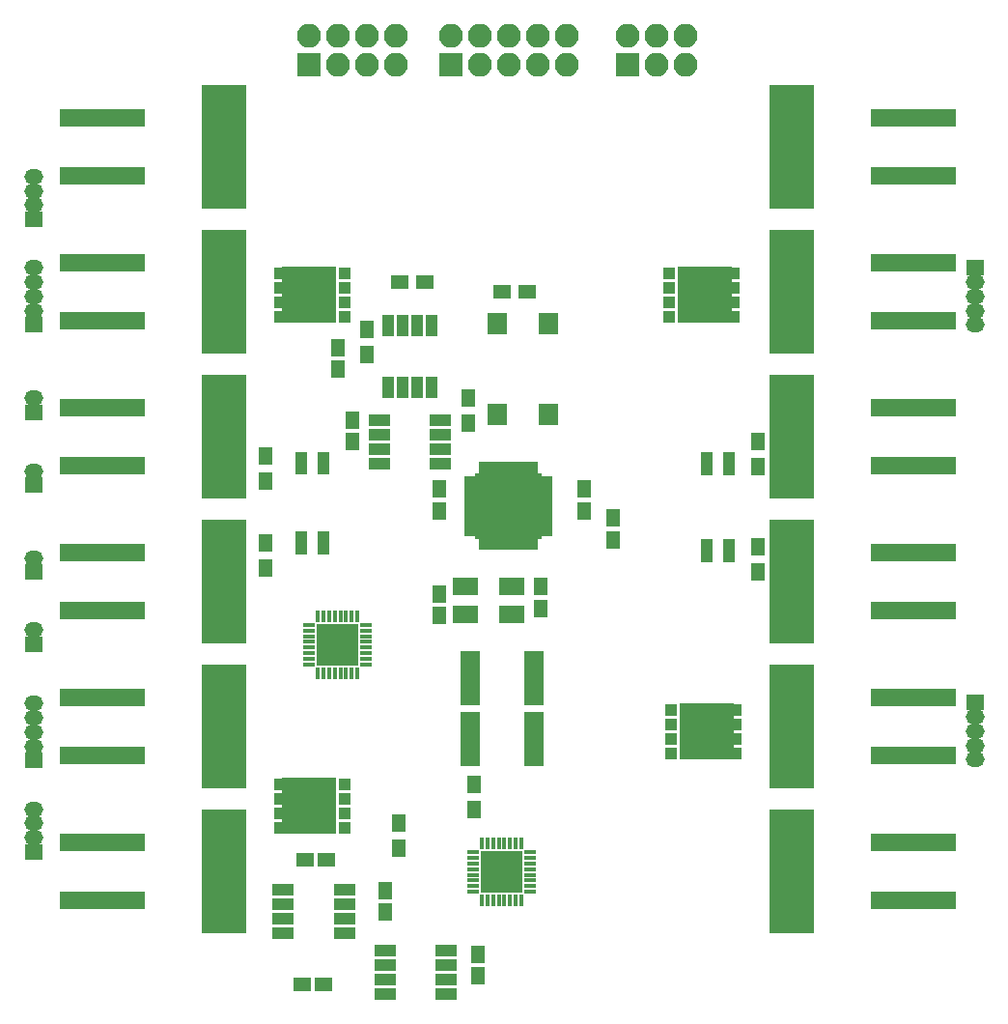
<source format=gbr>
G04 #@! TF.FileFunction,Soldermask,Top*
%FSLAX46Y46*%
G04 Gerber Fmt 4.6, Leading zero omitted, Abs format (unit mm)*
G04 Created by KiCad (PCBNEW 4.0.7) date 02/17/18 23:48:35*
%MOMM*%
%LPD*%
G01*
G04 APERTURE LIST*
%ADD10C,0.100000*%
%ADD11R,3.900120X10.808920*%
%ADD12R,7.410400X1.499820*%
%ADD13R,1.650000X1.350000*%
%ADD14O,1.650000X1.350000*%
%ADD15R,1.150000X1.600000*%
%ADD16R,2.100000X2.100000*%
%ADD17O,2.100000X2.100000*%
%ADD18R,4.750000X4.910000*%
%ADD19R,1.100000X1.100000*%
%ADD20R,1.300000X1.600000*%
%ADD21R,1.600000X1.300000*%
%ADD22R,1.000000X0.800000*%
%ADD23R,0.800000X1.000000*%
%ADD24R,1.765000X1.765000*%
%ADD25R,1.100000X0.800000*%
%ADD26R,1.797000X0.831800*%
%ADD27R,1.949400X0.999440*%
%ADD28R,1.700000X1.950000*%
%ADD29R,0.999440X1.949400*%
%ADD30R,2.200000X1.600000*%
%ADD31R,0.416560X0.985520*%
%ADD32R,0.985520X0.416560*%
%ADD33R,1.861820X1.861820*%
%ADD34R,1.600000X1.150000*%
%ADD35R,1.950000X1.000000*%
G04 APERTURE END LIST*
D10*
D11*
X172819060Y-127000000D03*
D12*
X183509920Y-129540000D03*
X183509920Y-124460000D03*
D13*
X106350000Y-79130000D03*
D14*
X106350000Y-77880000D03*
X106350000Y-76630000D03*
X106350000Y-75380000D03*
X106350000Y-74130000D03*
D11*
X123090940Y-101600000D03*
D12*
X112400080Y-99060000D03*
X112400080Y-104140000D03*
D11*
X123090940Y-88900000D03*
D12*
X112400080Y-86360000D03*
X112400080Y-91440000D03*
D15*
X157150000Y-96040000D03*
X157150000Y-97940000D03*
X141910000Y-95400000D03*
X141910000Y-93500000D03*
X154610000Y-95400000D03*
X154610000Y-93500000D03*
X141910000Y-102710000D03*
X141910000Y-104610000D03*
X150800000Y-103970000D03*
X150800000Y-102070000D03*
X133020000Y-81120000D03*
X133020000Y-83020000D03*
X134290000Y-87470000D03*
X134290000Y-89370000D03*
D11*
X123090940Y-63500000D03*
D12*
X112400080Y-60960000D03*
X112400080Y-66040000D03*
D11*
X123090940Y-76200000D03*
D12*
X112400080Y-73660000D03*
X112400080Y-78740000D03*
D11*
X123090940Y-114300000D03*
D12*
X112400080Y-111760000D03*
X112400080Y-116840000D03*
D11*
X123090940Y-127000000D03*
D12*
X112400080Y-124460000D03*
X112400080Y-129540000D03*
D11*
X172819060Y-63500000D03*
D12*
X183509920Y-66040000D03*
X183509920Y-60960000D03*
D11*
X172819060Y-76200000D03*
D12*
X183509920Y-78740000D03*
X183509920Y-73660000D03*
D11*
X172819060Y-88900000D03*
D12*
X183509920Y-91440000D03*
X183509920Y-86360000D03*
D11*
X172819060Y-101600000D03*
D12*
X183509920Y-104140000D03*
X183509920Y-99060000D03*
D11*
X172819060Y-114300000D03*
D12*
X183509920Y-116840000D03*
X183509920Y-111760000D03*
D16*
X158420000Y-56350000D03*
D17*
X158420000Y-53810000D03*
X160960000Y-56350000D03*
X160960000Y-53810000D03*
X163500000Y-56350000D03*
X163500000Y-53810000D03*
D18*
X130480000Y-76495000D03*
D19*
X133610000Y-75860000D03*
X133610000Y-77130000D03*
X133610000Y-78400000D03*
X133610000Y-74590000D03*
X128010000Y-74590000D03*
X128010000Y-78400000D03*
X128010000Y-77130000D03*
X128010000Y-75860000D03*
D18*
X130480000Y-121295000D03*
D19*
X133610000Y-120660000D03*
X133610000Y-121930000D03*
X133610000Y-123200000D03*
X133610000Y-119390000D03*
X128010000Y-119390000D03*
X128010000Y-123200000D03*
X128010000Y-121930000D03*
X128010000Y-120660000D03*
D18*
X165257500Y-76495000D03*
D19*
X162127500Y-77130000D03*
X162127500Y-75860000D03*
X162127500Y-74590000D03*
X162127500Y-78400000D03*
X167727500Y-78400000D03*
X167727500Y-74590000D03*
X167727500Y-75860000D03*
X167727500Y-77130000D03*
D18*
X165430000Y-114770000D03*
D19*
X162300000Y-115405000D03*
X162300000Y-114135000D03*
X162300000Y-112865000D03*
X162300000Y-116675000D03*
X167900000Y-116675000D03*
X167900000Y-112865000D03*
X167900000Y-114135000D03*
X167900000Y-115405000D03*
D20*
X135560000Y-79550000D03*
X135560000Y-81750000D03*
D21*
X138440000Y-75400000D03*
X140640000Y-75400000D03*
D20*
X144450000Y-85560000D03*
X144450000Y-87760000D03*
D22*
X144650000Y-92725000D03*
X144650000Y-93375000D03*
X144650000Y-94025000D03*
X144650000Y-94675000D03*
X144650000Y-95325000D03*
X144650000Y-95975000D03*
X144650000Y-96625000D03*
X144650000Y-97275000D03*
D23*
X145725000Y-98350000D03*
X146375000Y-98350000D03*
X147025000Y-98350000D03*
X147675000Y-98350000D03*
X148325000Y-98350000D03*
X148975000Y-98350000D03*
X149625000Y-98350000D03*
X150275000Y-98350000D03*
D22*
X151350000Y-97275000D03*
X151350000Y-96625000D03*
X151350000Y-95975000D03*
X151350000Y-95325000D03*
X151350000Y-94675000D03*
X151350000Y-94025000D03*
X151350000Y-93375000D03*
X151350000Y-92725000D03*
D23*
X150275000Y-91650000D03*
X149625000Y-91650000D03*
X148975000Y-91650000D03*
X148325000Y-91650000D03*
X147675000Y-91650000D03*
X147025000Y-91650000D03*
X146375000Y-91650000D03*
X145725000Y-91650000D03*
D24*
X150047500Y-97047500D03*
X150047500Y-95682500D03*
X150047500Y-94317500D03*
X150047500Y-92952500D03*
X148682500Y-97047500D03*
X148682500Y-95682500D03*
X148682500Y-94317500D03*
X148682500Y-92952500D03*
X147317500Y-97047500D03*
X147317500Y-95682500D03*
X147317500Y-94317500D03*
X147317500Y-92952500D03*
X145952500Y-97047500D03*
X145952500Y-95682500D03*
X145952500Y-94317500D03*
X145952500Y-92952500D03*
D25*
X131760000Y-91910000D03*
X131760000Y-91260000D03*
X131760000Y-90610000D03*
X129860000Y-90610000D03*
X129860000Y-91910000D03*
X129860000Y-91260000D03*
X131760000Y-98880000D03*
X131760000Y-98230000D03*
X131760000Y-97580000D03*
X129860000Y-97580000D03*
X129860000Y-98880000D03*
X129860000Y-98230000D03*
X165410000Y-90640000D03*
X165410000Y-91290000D03*
X165410000Y-91940000D03*
X167310000Y-91940000D03*
X167310000Y-90640000D03*
X167310000Y-91290000D03*
X165410000Y-98260000D03*
X165410000Y-98910000D03*
X165410000Y-99560000D03*
X167310000Y-99560000D03*
X167310000Y-98260000D03*
X167310000Y-98910000D03*
D26*
X144656269Y-108164527D03*
X144656269Y-108799527D03*
X144656269Y-109459927D03*
X144656269Y-110094927D03*
X144656269Y-110755327D03*
X144656269Y-111403027D03*
X144656269Y-112050727D03*
X150244269Y-112050727D03*
X150244269Y-111403027D03*
X150244269Y-110755327D03*
X150244269Y-110094927D03*
X150244269Y-109447227D03*
X150244269Y-108799527D03*
X150244269Y-108151827D03*
X144656269Y-113487300D03*
X144656269Y-114122300D03*
X144656269Y-114782700D03*
X144656269Y-115417700D03*
X144656269Y-116078100D03*
X144656269Y-116725800D03*
X144656269Y-117373500D03*
X150244269Y-117373500D03*
X150244269Y-116725800D03*
X150244269Y-116078100D03*
X150244269Y-115417700D03*
X150244269Y-114770000D03*
X150244269Y-114122300D03*
X150244269Y-113474600D03*
D27*
X136672520Y-87467540D03*
X136672520Y-88737540D03*
X136672520Y-90002460D03*
X136672520Y-91272460D03*
X142067480Y-91272460D03*
X142067480Y-90002460D03*
X142067480Y-88737540D03*
X142067480Y-87467540D03*
D16*
X142920000Y-56350000D03*
D17*
X142920000Y-53810000D03*
X145460000Y-56350000D03*
X145460000Y-53810000D03*
X148000000Y-56350000D03*
X148000000Y-53810000D03*
X150540000Y-56350000D03*
X150540000Y-53810000D03*
X153080000Y-56350000D03*
X153080000Y-53810000D03*
D20*
X126670000Y-92840000D03*
X126670000Y-90640000D03*
X126670000Y-100460000D03*
X126670000Y-98260000D03*
X169850000Y-89370000D03*
X169850000Y-91570000D03*
X169850000Y-98600000D03*
X169850000Y-100800000D03*
D13*
X106350000Y-117310000D03*
D14*
X106350000Y-116060000D03*
X106350000Y-114810000D03*
X106350000Y-113560000D03*
X106350000Y-112310000D03*
D13*
X188900000Y-74130000D03*
D14*
X188900000Y-75380000D03*
X188900000Y-76630000D03*
X188900000Y-77880000D03*
X188900000Y-79130000D03*
D13*
X188900000Y-112230000D03*
D14*
X188900000Y-113480000D03*
X188900000Y-114730000D03*
X188900000Y-115980000D03*
X188900000Y-117230000D03*
D28*
X146990000Y-86935800D03*
X146990000Y-78985800D03*
X151490000Y-86935800D03*
X151490000Y-78985800D03*
D29*
X137467540Y-84604960D03*
X138737540Y-84604960D03*
X140002460Y-84604960D03*
X141272460Y-84604960D03*
X141272460Y-79210000D03*
X140002460Y-79210000D03*
X138737540Y-79210000D03*
X137467540Y-79210000D03*
D30*
X144260000Y-104470000D03*
X148260000Y-104470000D03*
X148260000Y-102070000D03*
X144260000Y-102070000D03*
D31*
X146149260Y-129535020D03*
X146649640Y-129535020D03*
X147150020Y-129535020D03*
X147647860Y-129535020D03*
X149146460Y-129535020D03*
D32*
X149872900Y-128808580D03*
X149872900Y-128310740D03*
X149872900Y-127810360D03*
X149872900Y-127309980D03*
X149872900Y-126812140D03*
X149872900Y-126311760D03*
D31*
X145651420Y-129535020D03*
D33*
X148260000Y-127922120D03*
X146537880Y-127922120D03*
X146537880Y-126200000D03*
X148260000Y-126200000D03*
D32*
X149872900Y-125811380D03*
X149872900Y-125313540D03*
D31*
X149146460Y-124587100D03*
X148648620Y-124587100D03*
X148148240Y-124587100D03*
X147647860Y-124587100D03*
X147150020Y-124587100D03*
X146649640Y-124587100D03*
X146149260Y-124587100D03*
X145651420Y-124587100D03*
D32*
X144924980Y-125313540D03*
X144924980Y-125811380D03*
X144924980Y-126311760D03*
X144924980Y-126812140D03*
D31*
X148148240Y-129535020D03*
X148648620Y-129535020D03*
D32*
X144924980Y-127309980D03*
X144924980Y-127810360D03*
X144924980Y-128310740D03*
X144924980Y-128808580D03*
X130546040Y-105900320D03*
X130546040Y-106400700D03*
X130546040Y-106901080D03*
X130546040Y-107398920D03*
X130546040Y-108897520D03*
D31*
X131272480Y-109623960D03*
X131770320Y-109623960D03*
X132270700Y-109623960D03*
X132771080Y-109623960D03*
X133268920Y-109623960D03*
X133769300Y-109623960D03*
D32*
X130546040Y-105402480D03*
D33*
X132158940Y-108011060D03*
X132158940Y-106288940D03*
X133881060Y-106288940D03*
X133881060Y-108011060D03*
D31*
X134269680Y-109623960D03*
X134767520Y-109623960D03*
D32*
X135493960Y-108897520D03*
X135493960Y-108399680D03*
X135493960Y-107899300D03*
X135493960Y-107398920D03*
X135493960Y-106901080D03*
X135493960Y-106400700D03*
X135493960Y-105900320D03*
X135493960Y-105402480D03*
D31*
X134767520Y-104676040D03*
X134269680Y-104676040D03*
X133769300Y-104676040D03*
X133268920Y-104676040D03*
D32*
X130546040Y-107899300D03*
X130546040Y-108399680D03*
D31*
X132771080Y-104676040D03*
X132270700Y-104676040D03*
X131770320Y-104676040D03*
X131272480Y-104676040D03*
D21*
X147480000Y-76190000D03*
X149680000Y-76190000D03*
D20*
X138410000Y-124950000D03*
X138410000Y-122750000D03*
X144980000Y-119360000D03*
X144980000Y-121560000D03*
D13*
X106350000Y-86810000D03*
D14*
X106350000Y-85560000D03*
D13*
X106350000Y-93180000D03*
D14*
X106350000Y-91930000D03*
D13*
X106350000Y-100800000D03*
D14*
X106350000Y-99550000D03*
D13*
X106350000Y-107130000D03*
D14*
X106350000Y-105880000D03*
D16*
X130480000Y-56350000D03*
D17*
X130480000Y-53810000D03*
X133020000Y-56350000D03*
X133020000Y-53810000D03*
X135560000Y-56350000D03*
X135560000Y-53810000D03*
X138100000Y-56350000D03*
X138100000Y-53810000D03*
D13*
X106350000Y-69880000D03*
D14*
X106350000Y-68630000D03*
X106350000Y-67380000D03*
X106350000Y-66130000D03*
D13*
X106350000Y-125310000D03*
D14*
X106350000Y-124060000D03*
X106350000Y-122810000D03*
X106350000Y-121560000D03*
D34*
X130140000Y-125980000D03*
X132040000Y-125980000D03*
X129890000Y-136940000D03*
X131790000Y-136940000D03*
D15*
X145340000Y-136190000D03*
X145340000Y-134290000D03*
X137170000Y-128690000D03*
X137170000Y-130590000D03*
D35*
X128220000Y-128640000D03*
X128220000Y-129910000D03*
X128220000Y-131180000D03*
X128220000Y-132450000D03*
X133620000Y-132450000D03*
X133620000Y-131180000D03*
X133620000Y-129910000D03*
X133620000Y-128640000D03*
X142570000Y-137750000D03*
X142570000Y-136480000D03*
X142570000Y-135210000D03*
X142570000Y-133940000D03*
X137170000Y-133940000D03*
X137170000Y-135210000D03*
X137170000Y-136480000D03*
X137170000Y-137750000D03*
M02*

</source>
